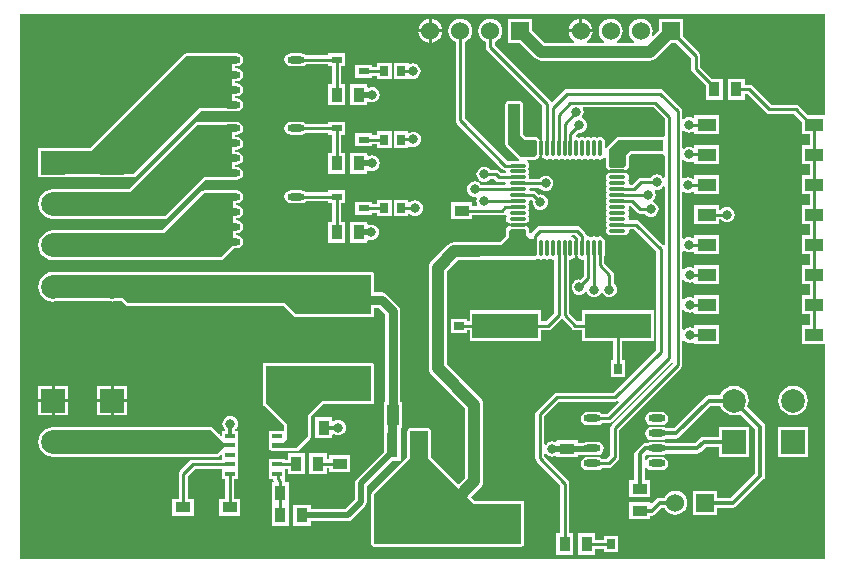
<source format=gtl>
G04*
G04 #@! TF.GenerationSoftware,Altium Limited,Altium Designer,21.0.9 (235)*
G04*
G04 Layer_Physical_Order=1*
G04 Layer_Color=255*
%FSLAX44Y44*%
%MOMM*%
G71*
G04*
G04 #@! TF.SameCoordinates,B8152D85-E12F-4961-801D-9DD34C180D21*
G04*
G04*
G04 #@! TF.FilePolarity,Positive*
G04*
G01*
G75*
%ADD12C,0.2500*%
%ADD19R,0.9500X1.3000*%
%ADD20R,1.6000X1.1000*%
%ADD21R,1.3000X0.9500*%
%ADD22R,0.7000X0.9000*%
%ADD23R,2.5000X3.1750*%
%ADD24R,2.6000X3.0000*%
%ADD25R,0.8500X0.3500*%
%ADD26R,1.7000X1.0500*%
%ADD27R,5.3340X2.4130*%
%ADD28R,3.2500X2.1500*%
%ADD29R,0.9500X2.1500*%
%ADD30R,5.5880X2.1082*%
%ADD31R,1.7000X3.1500*%
%ADD32R,0.9000X0.6000*%
%ADD33O,1.4500X0.6000*%
%ADD34R,0.9000X0.7000*%
%ADD35O,0.3000X1.4500*%
%ADD36O,1.4500X0.3000*%
%ADD37R,1.0500X1.7000*%
%ADD63C,0.5000*%
%ADD64C,1.0000*%
%ADD65C,0.3500*%
%ADD66C,0.7500*%
%ADD67C,1.5240*%
%ADD68R,1.5240X1.5240*%
%ADD69C,2.0000*%
%ADD70R,2.0000X2.0000*%
%ADD71C,6.0000*%
%ADD72C,0.8000*%
%ADD73C,0.6000*%
G36*
X685922Y380200D02*
X671407D01*
X663904Y387704D01*
X662663Y388532D01*
X661200Y388823D01*
X640084D01*
X624204Y404704D01*
X622963Y405532D01*
X621500Y405823D01*
X617500D01*
Y411000D01*
X603000D01*
Y393000D01*
X617500D01*
Y398177D01*
X619916D01*
X635796Y382296D01*
X637037Y381468D01*
X638500Y381177D01*
X659616D01*
X666000Y374793D01*
Y364200D01*
X672677D01*
Y354800D01*
X666000D01*
Y338800D01*
X672677D01*
Y329400D01*
X666000D01*
Y313400D01*
X672677D01*
Y304000D01*
X666000D01*
Y288000D01*
X672677D01*
Y278600D01*
X666000D01*
Y262600D01*
X672677D01*
Y253200D01*
X666000D01*
Y237200D01*
X672677D01*
Y227800D01*
X666000D01*
Y211800D01*
X672677D01*
Y202400D01*
X666000D01*
Y186400D01*
X685922D01*
Y4078D01*
X4078D01*
Y465922D01*
X685922D01*
Y380200D01*
D02*
G37*
%LPC*%
G36*
X352565Y461776D02*
Y452966D01*
X361376D01*
X361194Y454348D01*
X360170Y456819D01*
X358542Y458942D01*
X356419Y460570D01*
X353948Y461594D01*
X352565Y461776D01*
D02*
G37*
G36*
X350025Y461776D02*
X348643Y461594D01*
X346172Y460570D01*
X344049Y458942D01*
X342421Y456819D01*
X341397Y454348D01*
X341215Y452966D01*
X350025D01*
Y461776D01*
D02*
G37*
G36*
X479970Y461581D02*
Y452770D01*
X488781D01*
X488599Y454152D01*
X487575Y456624D01*
X485946Y458746D01*
X483824Y460375D01*
X481352Y461399D01*
X479970Y461581D01*
D02*
G37*
G36*
X477430Y461581D02*
X476048Y461399D01*
X473576Y460375D01*
X471454Y458746D01*
X469825Y456624D01*
X468801Y454152D01*
X468619Y452770D01*
X477430D01*
Y461581D01*
D02*
G37*
G36*
X350025Y450425D02*
X341215D01*
X341397Y449043D01*
X342421Y446572D01*
X344049Y444449D01*
X346172Y442821D01*
X348643Y441797D01*
X350025Y441615D01*
Y450425D01*
D02*
G37*
G36*
X361376D02*
X352565D01*
Y441615D01*
X353948Y441797D01*
X356419Y442821D01*
X358542Y444449D01*
X360170Y446572D01*
X361194Y449043D01*
X361376Y450425D01*
D02*
G37*
G36*
X318500Y424500D02*
X306500D01*
Y421324D01*
X302000D01*
Y423000D01*
X288001D01*
Y412000D01*
X302000D01*
Y413677D01*
X306500D01*
Y410500D01*
X318500D01*
Y424500D01*
D02*
G37*
G36*
X332500D02*
X320500D01*
Y410500D01*
X332500D01*
Y410885D01*
X333770Y411595D01*
X334803Y411167D01*
X336500Y410944D01*
X338197Y411167D01*
X339778Y411822D01*
X341136Y412864D01*
X342178Y414222D01*
X342833Y415803D01*
X343056Y417500D01*
X342833Y419197D01*
X342178Y420778D01*
X341136Y422136D01*
X339778Y423178D01*
X338197Y423833D01*
X336500Y424056D01*
X334803Y423833D01*
X333770Y423405D01*
X332500Y424115D01*
Y424500D01*
D02*
G37*
G36*
X437616Y461815D02*
X417375D01*
Y441576D01*
X426917D01*
X439842Y428651D01*
X441409Y427449D01*
X443233Y426693D01*
X445191Y426435D01*
X445191Y426435D01*
X537400D01*
X539358Y426693D01*
X541182Y427449D01*
X542749Y428651D01*
X555478Y441380D01*
X559613D01*
X572177Y428816D01*
Y419500D01*
X572468Y418037D01*
X573296Y416796D01*
X584500Y405593D01*
Y393000D01*
X599000D01*
Y411000D01*
X589907D01*
X579823Y421084D01*
Y430400D01*
X579532Y431863D01*
X578704Y433104D01*
X565020Y446787D01*
Y461620D01*
X544780D01*
Y452078D01*
X540150Y447448D01*
X539073Y448168D01*
X539360Y448858D01*
X539707Y451500D01*
X539360Y454142D01*
X538340Y456604D01*
X536718Y458718D01*
X534604Y460340D01*
X532142Y461360D01*
X529500Y461707D01*
X526858Y461360D01*
X524396Y460340D01*
X522282Y458718D01*
X520660Y456604D01*
X519641Y454142D01*
X519293Y451500D01*
X519641Y448858D01*
X520660Y446396D01*
X522282Y444282D01*
X524169Y442835D01*
X524011Y441911D01*
X523833Y441565D01*
X509767D01*
X509589Y441911D01*
X509431Y442835D01*
X511318Y444282D01*
X512940Y446396D01*
X513960Y448858D01*
X514307Y451500D01*
X513960Y454142D01*
X512940Y456604D01*
X511318Y458718D01*
X509204Y460340D01*
X506742Y461360D01*
X504100Y461707D01*
X501458Y461360D01*
X498996Y460340D01*
X496882Y458718D01*
X495260Y456604D01*
X494240Y454142D01*
X493893Y451500D01*
X494240Y448858D01*
X495260Y446396D01*
X496882Y444282D01*
X498769Y442835D01*
X498611Y441911D01*
X498433Y441565D01*
X484423D01*
X484382Y441637D01*
X484097Y442835D01*
X485946Y444254D01*
X487575Y446376D01*
X488599Y448848D01*
X488781Y450230D01*
X478700D01*
X468619D01*
X468801Y448848D01*
X469825Y446376D01*
X471454Y444254D01*
X473303Y442835D01*
X473018Y441637D01*
X472977Y441565D01*
X448324D01*
X437616Y452274D01*
Y461815D01*
D02*
G37*
G36*
X298000Y406500D02*
X283500D01*
Y388500D01*
X298000D01*
Y390885D01*
X299270Y391595D01*
X300303Y391167D01*
X302000Y390944D01*
X303697Y391167D01*
X305278Y391822D01*
X306636Y392864D01*
X307678Y394222D01*
X308333Y395803D01*
X308556Y397500D01*
X308333Y399197D01*
X307678Y400778D01*
X306636Y402136D01*
X305278Y403178D01*
X303697Y403833D01*
X302000Y404056D01*
X300303Y403833D01*
X299270Y403405D01*
X298000Y404115D01*
Y406500D01*
D02*
G37*
G36*
X242000Y432657D02*
X233500D01*
X231354Y432230D01*
X229535Y431015D01*
X228319Y429195D01*
X227893Y427049D01*
X228319Y424903D01*
X229535Y423084D01*
X231354Y421868D01*
X233500Y421442D01*
X242000D01*
X244146Y421868D01*
X245966Y423084D01*
X246044Y423201D01*
X265001D01*
Y421501D01*
X268427D01*
Y406500D01*
X265000D01*
Y388500D01*
X279500D01*
Y406500D01*
X276073D01*
Y421501D01*
X279001D01*
Y432500D01*
X265001D01*
Y430848D01*
X246077D01*
X245966Y431015D01*
X244146Y432230D01*
X242000Y432657D01*
D02*
G37*
G36*
X187500D02*
X179000D01*
X178457Y432549D01*
X144500D01*
X143525Y432355D01*
X142698Y431802D01*
X63444Y352549D01*
X31500D01*
X31254Y352500D01*
X19500D01*
Y327500D01*
X31253D01*
X31500Y327451D01*
X100000Y327451D01*
X100975Y327645D01*
X101802Y328198D01*
X157056Y383451D01*
X178450D01*
X179000Y383342D01*
X187500D01*
X189646Y383768D01*
X191465Y384984D01*
X192681Y386803D01*
X193108Y388949D01*
X192681Y391095D01*
X191465Y392915D01*
X189646Y394130D01*
X187500Y394557D01*
X186049D01*
Y396042D01*
X187500D01*
X189646Y396468D01*
X191465Y397684D01*
X192681Y399503D01*
X193108Y401649D01*
X192681Y403795D01*
X191465Y405615D01*
X189646Y406830D01*
X187500Y407257D01*
X186049D01*
Y408742D01*
X187500D01*
X189646Y409168D01*
X191465Y410384D01*
X192681Y412203D01*
X193108Y414349D01*
X192681Y416495D01*
X191465Y418315D01*
X189646Y419530D01*
X187500Y419957D01*
X186049D01*
Y421442D01*
X187500D01*
X189646Y421868D01*
X191465Y423084D01*
X192681Y424903D01*
X193108Y427049D01*
X192681Y429195D01*
X191465Y431015D01*
X189646Y432230D01*
X187500Y432657D01*
D02*
G37*
G36*
X402095Y461903D02*
X399454Y461555D01*
X396992Y460535D01*
X394878Y458913D01*
X393256Y456799D01*
X392236Y454337D01*
X391888Y451696D01*
X392236Y449054D01*
X393256Y446592D01*
X394878Y444478D01*
X396992Y442856D01*
X398272Y442325D01*
Y437905D01*
X398563Y436441D01*
X399392Y435201D01*
X446176Y388416D01*
Y359282D01*
X445922Y358000D01*
Y346500D01*
X446232Y344939D01*
X447116Y343616D01*
X448439Y342732D01*
X450000Y342422D01*
X451561Y342732D01*
X452500Y343360D01*
X453439Y342732D01*
X455000Y342422D01*
X456561Y342732D01*
X457500Y343360D01*
X458439Y342732D01*
X460000Y342422D01*
X461561Y342732D01*
X462500Y343360D01*
X463439Y342732D01*
X465000Y342422D01*
X466561Y342732D01*
X467500Y343360D01*
X468439Y342732D01*
X470000Y342422D01*
X471561Y342732D01*
X472500Y343360D01*
X473439Y342732D01*
X475000Y342422D01*
X476561Y342732D01*
X477500Y343360D01*
X478440Y342732D01*
X480000Y342422D01*
X481561Y342732D01*
X482500Y343360D01*
X483439Y342732D01*
X485000Y342422D01*
X486561Y342732D01*
X487500Y343360D01*
X488439Y342732D01*
X490000Y342422D01*
X491561Y342732D01*
X492500Y343360D01*
X493439Y342732D01*
X495000Y342422D01*
X496561Y342732D01*
X497884Y343616D01*
X498006Y343800D01*
X499727Y344089D01*
X499951Y343919D01*
Y337646D01*
X499922Y337500D01*
X500232Y335939D01*
X501116Y334616D01*
X502440Y333732D01*
X504000Y333422D01*
X515500D01*
X517061Y333732D01*
X518384Y334616D01*
X519268Y335939D01*
X519579Y337500D01*
X519549Y337649D01*
Y344944D01*
X521556Y346951D01*
X548500D01*
X549677Y345890D01*
Y327562D01*
X548407Y327131D01*
X547636Y328136D01*
X546278Y329178D01*
X544697Y329833D01*
X543000Y330056D01*
X541303Y329833D01*
X539722Y329178D01*
X538364Y328136D01*
X537741Y327323D01*
X529500D01*
X528037Y327032D01*
X526796Y326204D01*
X521916Y321324D01*
X520345D01*
X519540Y322305D01*
X519579Y322500D01*
X519268Y324061D01*
X518641Y325000D01*
X519268Y325939D01*
X519579Y327500D01*
X519268Y329061D01*
X518384Y330384D01*
X517061Y331268D01*
X515500Y331578D01*
X504000D01*
X502440Y331268D01*
X501116Y330384D01*
X500232Y329061D01*
X499922Y327500D01*
X500232Y325939D01*
X500860Y325000D01*
X500232Y324061D01*
X499922Y322500D01*
X500232Y320939D01*
X500860Y320000D01*
X500232Y319061D01*
X499922Y317500D01*
X500232Y315939D01*
X500860Y315000D01*
X500232Y314060D01*
X499922Y312500D01*
X500232Y310939D01*
X500860Y310000D01*
X500232Y309061D01*
X499922Y307500D01*
X500232Y305939D01*
X500860Y305000D01*
X500232Y304060D01*
X499922Y302500D01*
X500232Y300939D01*
X500860Y300000D01*
X500232Y299061D01*
X499922Y297500D01*
X500232Y295939D01*
X500860Y295000D01*
X500232Y294060D01*
X499922Y292500D01*
X500232Y290939D01*
X500860Y290000D01*
X500232Y289061D01*
X499922Y287500D01*
X500232Y285939D01*
X500860Y285000D01*
X500232Y284061D01*
X499922Y282500D01*
X500232Y280939D01*
X501116Y279616D01*
X502440Y278732D01*
X504000Y278421D01*
X515500D01*
X517061Y278732D01*
X518384Y279616D01*
X519268Y280939D01*
X519579Y282500D01*
X519540Y282695D01*
X520346Y283677D01*
X523916D01*
X542677Y264916D01*
Y181584D01*
X506416Y145323D01*
X458500D01*
X457037Y145032D01*
X455796Y144204D01*
X441296Y129704D01*
X440468Y128463D01*
X440177Y127000D01*
Y89500D01*
X440468Y88037D01*
X441296Y86796D01*
X461427Y66666D01*
Y26000D01*
X458000D01*
Y8000D01*
X472500D01*
Y26000D01*
X469073D01*
Y68250D01*
X468782Y69713D01*
X467954Y70954D01*
X447823Y91084D01*
Y93438D01*
X449093Y93869D01*
X449864Y92864D01*
X451222Y91822D01*
X452803Y91167D01*
X454500Y90944D01*
X456197Y91167D01*
X457230Y91595D01*
X458500Y90885D01*
Y90500D01*
X476500D01*
Y92777D01*
X482315D01*
X484250Y92392D01*
X492750D01*
X494896Y92819D01*
X496715Y94035D01*
X497931Y95854D01*
X498358Y98000D01*
X497931Y100146D01*
X496715Y101965D01*
X494896Y103181D01*
X492750Y103608D01*
X484250D01*
X482104Y103181D01*
X481793Y102973D01*
X476500D01*
Y105000D01*
X458500D01*
Y104199D01*
X458402Y104060D01*
X457230Y103405D01*
X456197Y103833D01*
X454500Y104056D01*
X452803Y103833D01*
X451222Y103178D01*
X449864Y102136D01*
X449093Y101131D01*
X447823Y101562D01*
Y125416D01*
X460084Y137677D01*
X508000D01*
X509463Y137968D01*
X510371Y138574D01*
X511181Y137588D01*
X500816Y127223D01*
X496810D01*
X496715Y127365D01*
X494896Y128581D01*
X492750Y129008D01*
X484250D01*
X482104Y128581D01*
X480285Y127365D01*
X479069Y125546D01*
X478642Y123400D01*
X479069Y121254D01*
X480285Y119435D01*
X482104Y118219D01*
X484250Y117792D01*
X492750D01*
X494896Y118219D01*
X496715Y119435D01*
X496810Y119577D01*
X502400D01*
X503863Y119868D01*
X505104Y120696D01*
X555070Y170662D01*
X556469Y170266D01*
X556544Y169951D01*
X532797Y146204D01*
X532796Y146204D01*
X504796Y118204D01*
X503968Y116963D01*
X503677Y115500D01*
Y92084D01*
X500716Y89123D01*
X496810D01*
X496715Y89265D01*
X494896Y90481D01*
X492750Y90908D01*
X484250D01*
X482104Y90481D01*
X480285Y89265D01*
X479069Y87446D01*
X478642Y85300D01*
X479069Y83154D01*
X480285Y81335D01*
X482104Y80119D01*
X484250Y79692D01*
X492750D01*
X494896Y80119D01*
X496715Y81335D01*
X496810Y81477D01*
X502300D01*
X503763Y81768D01*
X505004Y82596D01*
X510204Y87796D01*
X511032Y89037D01*
X511323Y90500D01*
Y113916D01*
X538204Y140796D01*
X538204Y140796D01*
X563704Y166296D01*
X564532Y167537D01*
X564823Y169000D01*
Y189286D01*
X566093Y189717D01*
X566364Y189364D01*
X567722Y188322D01*
X569303Y187667D01*
X571000Y187444D01*
X572697Y187667D01*
X573730Y188095D01*
X575000Y187385D01*
Y186400D01*
X596000D01*
Y202400D01*
X575000D01*
Y200615D01*
X573730Y199905D01*
X572697Y200333D01*
X571000Y200556D01*
X569303Y200333D01*
X567722Y199678D01*
X566364Y198636D01*
X566093Y198283D01*
X564823Y198714D01*
Y214786D01*
X566093Y215217D01*
X566364Y214864D01*
X567722Y213822D01*
X569303Y213167D01*
X571000Y212944D01*
X572697Y213167D01*
X573730Y213595D01*
X575000Y212885D01*
Y211800D01*
X596000D01*
Y227800D01*
X575000D01*
Y226115D01*
X573730Y225405D01*
X572697Y225833D01*
X571000Y226056D01*
X569303Y225833D01*
X567722Y225178D01*
X566364Y224136D01*
X566093Y223783D01*
X564823Y224214D01*
Y240286D01*
X566093Y240717D01*
X566364Y240364D01*
X567722Y239322D01*
X569303Y238667D01*
X571000Y238444D01*
X572697Y238667D01*
X573730Y239095D01*
X575000Y238385D01*
Y237200D01*
X596000D01*
Y253200D01*
X575000D01*
Y251615D01*
X573730Y250905D01*
X572697Y251333D01*
X571000Y251556D01*
X569303Y251333D01*
X567722Y250678D01*
X566364Y249636D01*
X566093Y249283D01*
X564823Y249714D01*
Y264678D01*
X566093Y265305D01*
X566722Y264822D01*
X568303Y264167D01*
X570000Y263944D01*
X571697Y264167D01*
X573278Y264822D01*
X573730Y265169D01*
X575000Y264543D01*
Y262600D01*
X596000D01*
Y278600D01*
X575000D01*
Y276457D01*
X573730Y275831D01*
X573278Y276178D01*
X571697Y276833D01*
X570000Y277056D01*
X568303Y276833D01*
X566722Y276178D01*
X566093Y275695D01*
X564823Y276322D01*
Y314795D01*
X566093Y315421D01*
X566222Y315322D01*
X567803Y314667D01*
X569500Y314444D01*
X571197Y314667D01*
X572778Y315322D01*
X573730Y316053D01*
X574989Y315519D01*
X575000Y315508D01*
Y313400D01*
X596000D01*
Y329400D01*
X575000D01*
Y326492D01*
X574989Y326481D01*
X573730Y325947D01*
X572778Y326678D01*
X571197Y327333D01*
X569500Y327556D01*
X567803Y327333D01*
X566222Y326678D01*
X566093Y326579D01*
X564823Y327205D01*
Y341820D01*
X566093Y342188D01*
X567222Y341322D01*
X568803Y340667D01*
X570500Y340444D01*
X572197Y340667D01*
X573778Y341322D01*
X573861Y341386D01*
X575000Y340824D01*
Y338800D01*
X596000D01*
Y354800D01*
X575000D01*
Y353176D01*
X573861Y352614D01*
X573778Y352678D01*
X572197Y353333D01*
X570500Y353556D01*
X568803Y353333D01*
X567222Y352678D01*
X566093Y351812D01*
X564823Y352180D01*
Y366820D01*
X566093Y367188D01*
X567222Y366322D01*
X568803Y365667D01*
X570500Y365444D01*
X572197Y365667D01*
X573778Y366322D01*
X573861Y366386D01*
X575000Y365824D01*
Y364200D01*
X596000D01*
Y380200D01*
X575000D01*
Y378176D01*
X573861Y377614D01*
X573778Y377678D01*
X572197Y378333D01*
X570500Y378556D01*
X568803Y378333D01*
X567222Y377678D01*
X566093Y376812D01*
X564823Y377180D01*
Y383500D01*
X564532Y384963D01*
X563704Y386204D01*
X548704Y401204D01*
X547463Y402032D01*
X546000Y402323D01*
X467000D01*
X465537Y402032D01*
X464296Y401204D01*
X454700Y391607D01*
X453223Y391926D01*
X452703Y392704D01*
X405919Y439488D01*
Y442325D01*
X407199Y442856D01*
X409313Y444478D01*
X410935Y446592D01*
X411955Y449054D01*
X412303Y451696D01*
X411955Y454337D01*
X410935Y456799D01*
X409313Y458913D01*
X407199Y460535D01*
X404737Y461555D01*
X402095Y461903D01*
D02*
G37*
G36*
X318500Y366500D02*
X306500D01*
Y363323D01*
X302000D01*
Y365000D01*
X288000D01*
Y354000D01*
X302000D01*
Y355676D01*
X306500D01*
Y352500D01*
X318500D01*
Y366500D01*
D02*
G37*
G36*
X332500D02*
X320500D01*
Y352500D01*
X332500D01*
Y353600D01*
X333639Y354162D01*
X333822Y354022D01*
X335403Y353367D01*
X337100Y353143D01*
X338797Y353367D01*
X340378Y354022D01*
X341735Y355064D01*
X342777Y356421D01*
X343432Y358003D01*
X343656Y359700D01*
X343432Y361396D01*
X342777Y362977D01*
X341735Y364335D01*
X340378Y365377D01*
X338797Y366032D01*
X337100Y366255D01*
X335403Y366032D01*
X333822Y365377D01*
X333639Y365237D01*
X332500Y365799D01*
Y366500D01*
D02*
G37*
G36*
X376696Y461903D02*
X374054Y461555D01*
X371592Y460535D01*
X369478Y458913D01*
X367856Y456799D01*
X366836Y454337D01*
X366488Y451696D01*
X366836Y449054D01*
X367856Y446592D01*
X369478Y444478D01*
X371592Y442856D01*
X372872Y442325D01*
Y375804D01*
X373163Y374341D01*
X373992Y373101D01*
X412296Y334796D01*
X413537Y333968D01*
X414385Y333799D01*
X415435Y332567D01*
X415422Y332500D01*
X415461Y332305D01*
X414655Y331323D01*
X411084D01*
X409704Y332704D01*
X408463Y333532D01*
X407000Y333823D01*
X402259D01*
X401636Y334636D01*
X400278Y335678D01*
X398697Y336333D01*
X397000Y336556D01*
X395303Y336333D01*
X393722Y335678D01*
X392364Y334636D01*
X391322Y333278D01*
X390667Y331697D01*
X390444Y330000D01*
X390667Y328303D01*
X391322Y326722D01*
X392364Y325364D01*
X393722Y324322D01*
X395303Y323667D01*
X397000Y323444D01*
X398697Y323667D01*
X400278Y324322D01*
X401636Y325364D01*
X402259Y326177D01*
X405416D01*
X406796Y324796D01*
X408037Y323968D01*
X409500Y323677D01*
X414655D01*
X415460Y322695D01*
X415422Y322500D01*
X415461Y322305D01*
X414655Y321324D01*
X394259D01*
X393636Y322136D01*
X392278Y323178D01*
X390697Y323833D01*
X389000Y324056D01*
X387303Y323833D01*
X385722Y323178D01*
X384364Y322136D01*
X383322Y320778D01*
X382667Y319197D01*
X382444Y317500D01*
X382667Y315803D01*
X383322Y314222D01*
X384364Y312864D01*
X385722Y311822D01*
X387303Y311167D01*
X389000Y310944D01*
X390075Y311085D01*
X390993Y309984D01*
X390667Y309197D01*
X390444Y307500D01*
X390667Y305803D01*
X391272Y304343D01*
X390933Y303407D01*
X390768Y303073D01*
X387000D01*
Y306500D01*
X369000D01*
Y292000D01*
X387000D01*
Y295427D01*
X411750D01*
X413213Y295718D01*
X414333Y296466D01*
X414833Y296386D01*
X415717Y296014D01*
X415732Y295939D01*
X416360Y295000D01*
X415732Y294060D01*
X415422Y292500D01*
X415732Y290939D01*
X416616Y289616D01*
X417939Y288732D01*
X419500Y288421D01*
X431000D01*
X432561Y288732D01*
X433884Y289616D01*
X434768Y290939D01*
X435078Y292500D01*
X434768Y294060D01*
X434140Y295000D01*
X434768Y295939D01*
X435078Y297500D01*
X434768Y299061D01*
X434141Y300000D01*
X434768Y300939D01*
X435078Y302500D01*
X434768Y304060D01*
X434140Y305000D01*
X434768Y305939D01*
X435078Y307500D01*
X435078Y307501D01*
X435899Y308521D01*
X437035Y308557D01*
X438078Y307515D01*
X437944Y306500D01*
X438167Y304803D01*
X438822Y303222D01*
X439864Y301864D01*
X441222Y300822D01*
X442803Y300167D01*
X444500Y299944D01*
X446197Y300167D01*
X447778Y300822D01*
X449136Y301864D01*
X450178Y303222D01*
X450833Y304803D01*
X451056Y306500D01*
X450833Y308197D01*
X450178Y309778D01*
X449136Y311136D01*
X447778Y312178D01*
X446197Y312833D01*
X444500Y313056D01*
X443485Y312922D01*
X441204Y315203D01*
X439963Y316032D01*
X438500Y316323D01*
X435845D01*
X435040Y317305D01*
X435078Y317500D01*
X435040Y317695D01*
X435845Y318677D01*
X443741D01*
X444364Y317864D01*
X445722Y316823D01*
X447303Y316168D01*
X449000Y315944D01*
X450697Y316168D01*
X452278Y316823D01*
X453635Y317864D01*
X454677Y319222D01*
X455332Y320803D01*
X455556Y322500D01*
X455332Y324197D01*
X454677Y325778D01*
X453635Y327136D01*
X452278Y328178D01*
X450697Y328833D01*
X449000Y329056D01*
X447303Y328833D01*
X445722Y328178D01*
X444364Y327136D01*
X443741Y326324D01*
X435845D01*
X435040Y327305D01*
X435078Y327500D01*
X434768Y329061D01*
X434140Y330000D01*
X434768Y330939D01*
X435078Y332500D01*
X434768Y334061D01*
X434141Y335000D01*
X434768Y335939D01*
X435078Y337500D01*
X434768Y339061D01*
X433884Y340384D01*
X433701Y340506D01*
X433411Y342227D01*
X433581Y342451D01*
X439854Y342451D01*
X440000Y342422D01*
X441561Y342732D01*
X442884Y343616D01*
X443768Y344939D01*
X444078Y346500D01*
Y358000D01*
X443768Y359561D01*
X442884Y360884D01*
X441561Y361768D01*
X440000Y362079D01*
X439851Y362049D01*
X432056D01*
X430049Y364056D01*
Y389500D01*
X429855Y390475D01*
X429302Y391302D01*
X428475Y391855D01*
X427500Y392049D01*
X417500D01*
X416525Y391855D01*
X415698Y391302D01*
X415145Y390475D01*
X414951Y389500D01*
Y355500D01*
X415145Y354524D01*
X415698Y353698D01*
X426198Y343198D01*
X426720Y342848D01*
X426373Y341578D01*
X419500D01*
X418218Y341323D01*
X416584D01*
X380519Y377388D01*
Y442325D01*
X381799Y442856D01*
X383913Y444478D01*
X385535Y446592D01*
X386555Y449054D01*
X386903Y451696D01*
X386555Y454337D01*
X385535Y456799D01*
X383913Y458913D01*
X381799Y460535D01*
X379337Y461555D01*
X376696Y461903D01*
D02*
G37*
G36*
X298000Y348500D02*
X283500D01*
Y330500D01*
X298000D01*
Y332885D01*
X299270Y333595D01*
X300303Y333167D01*
X302000Y332944D01*
X303697Y333167D01*
X305278Y333822D01*
X306636Y334864D01*
X307678Y336222D01*
X308333Y337803D01*
X308556Y339500D01*
X308333Y341197D01*
X307678Y342778D01*
X306636Y344136D01*
X305278Y345178D01*
X303697Y345833D01*
X302000Y346056D01*
X300303Y345833D01*
X299270Y345405D01*
X298000Y346115D01*
Y348500D01*
D02*
G37*
G36*
X242000Y374658D02*
X233500D01*
X231354Y374231D01*
X229535Y373015D01*
X228319Y371196D01*
X227892Y369050D01*
X228319Y366904D01*
X229535Y365085D01*
X231354Y363869D01*
X233500Y363442D01*
X242000D01*
X244146Y363869D01*
X245965Y365085D01*
X246043Y365202D01*
X265000D01*
Y363500D01*
X268427D01*
Y348500D01*
X265000D01*
Y330500D01*
X279500D01*
Y348500D01*
X276073D01*
Y363500D01*
X279000D01*
Y374500D01*
X265000D01*
Y372849D01*
X246077D01*
X245965Y373015D01*
X244146Y374231D01*
X242000Y374658D01*
D02*
G37*
G36*
X187500D02*
X179000D01*
X178453Y374549D01*
X154000D01*
X153025Y374355D01*
X152198Y373802D01*
X95944Y317549D01*
X82446D01*
X82000Y317608D01*
X81553Y317549D01*
X32446D01*
X32000Y317608D01*
X31553Y317549D01*
X31500D01*
X31396Y317528D01*
X28736Y317178D01*
X25696Y315919D01*
X23084Y313915D01*
X21081Y311304D01*
X19821Y308263D01*
X19392Y305000D01*
X19821Y301737D01*
X21081Y298696D01*
X23084Y296085D01*
X25696Y294081D01*
X28736Y292822D01*
X31400Y292471D01*
X31500Y292451D01*
X31551D01*
X32000Y292392D01*
X32448Y292451D01*
X81552D01*
X82000Y292392D01*
X82448Y292451D01*
X127000D01*
X127975Y292645D01*
X128802Y293198D01*
X161056Y325451D01*
X178454D01*
X179000Y325342D01*
X187500D01*
X189646Y325769D01*
X191466Y326985D01*
X192681Y328804D01*
X193108Y330950D01*
X192681Y333096D01*
X191466Y334915D01*
X189646Y336131D01*
X187500Y336558D01*
X186049D01*
Y338042D01*
X187500D01*
X189646Y338469D01*
X191466Y339685D01*
X192681Y341504D01*
X193108Y343650D01*
X192681Y345796D01*
X191466Y347615D01*
X189646Y348831D01*
X187500Y349258D01*
X186049D01*
Y350742D01*
X187500D01*
X189646Y351169D01*
X191466Y352385D01*
X192681Y354204D01*
X193108Y356350D01*
X192681Y358496D01*
X191466Y360315D01*
X189646Y361531D01*
X187500Y361958D01*
X186049D01*
Y363442D01*
X187500D01*
X189646Y363869D01*
X191466Y365085D01*
X192681Y366904D01*
X193108Y369050D01*
X192681Y371196D01*
X191466Y373015D01*
X189646Y374231D01*
X187500Y374658D01*
D02*
G37*
G36*
X318500Y308500D02*
X306500D01*
Y305323D01*
X302000D01*
Y307000D01*
X288000D01*
Y296000D01*
X302000D01*
Y297676D01*
X306500D01*
Y294500D01*
X318500D01*
Y308500D01*
D02*
G37*
G36*
X332500D02*
X320500D01*
Y294500D01*
X332500D01*
Y296556D01*
X333770Y296987D01*
X333864Y296864D01*
X335222Y295822D01*
X336803Y295167D01*
X338500Y294944D01*
X340197Y295167D01*
X341778Y295822D01*
X343136Y296864D01*
X344178Y298222D01*
X344833Y299803D01*
X345056Y301500D01*
X344833Y303197D01*
X344178Y304778D01*
X343136Y306136D01*
X341778Y307178D01*
X340197Y307833D01*
X338500Y308056D01*
X336803Y307833D01*
X335222Y307178D01*
X333864Y306136D01*
X333770Y306013D01*
X332500Y306444D01*
Y308500D01*
D02*
G37*
G36*
X596000Y304000D02*
X575000D01*
Y288000D01*
X596000D01*
Y292177D01*
X597264D01*
X597887Y291364D01*
X599245Y290322D01*
X600826Y289667D01*
X602523Y289444D01*
X604220Y289667D01*
X605801Y290322D01*
X607159Y291364D01*
X608200Y292722D01*
X608855Y294303D01*
X609079Y296000D01*
X608855Y297697D01*
X608200Y299278D01*
X607159Y300636D01*
X605801Y301678D01*
X604220Y302333D01*
X602523Y302556D01*
X600826Y302333D01*
X599245Y301678D01*
X597887Y300636D01*
X597264Y299823D01*
X596000D01*
Y304000D01*
D02*
G37*
G36*
X187501Y316657D02*
X179001D01*
X178455Y316549D01*
X159500D01*
X158525Y316355D01*
X157698Y315802D01*
X124444Y282549D01*
X82449D01*
X82000Y282608D01*
X81551Y282549D01*
X32449D01*
X32000Y282608D01*
X28736Y282178D01*
X25696Y280919D01*
X23084Y278915D01*
X21081Y276304D01*
X19821Y273263D01*
X19392Y270000D01*
X19821Y266737D01*
X21081Y263696D01*
X23084Y261085D01*
X25696Y259081D01*
X28736Y257822D01*
X32000Y257392D01*
X32445Y257451D01*
X81554D01*
X82000Y257392D01*
X82446Y257451D01*
X174000D01*
X174975Y257645D01*
X175802Y258198D01*
X184947Y267342D01*
X187501D01*
X189647Y267769D01*
X191466Y268984D01*
X192681Y270804D01*
X193108Y272950D01*
X192681Y275096D01*
X191466Y276915D01*
X189647Y278131D01*
X187501Y278557D01*
X186549D01*
Y280042D01*
X187501D01*
X189647Y280469D01*
X191466Y281684D01*
X192681Y283504D01*
X193108Y285650D01*
X192681Y287796D01*
X191466Y289615D01*
X189647Y290831D01*
X187501Y291257D01*
X186549D01*
Y292742D01*
X187501D01*
X189647Y293169D01*
X191466Y294384D01*
X192681Y296204D01*
X193108Y298350D01*
X192681Y300496D01*
X191466Y302315D01*
X189647Y303531D01*
X187501Y303957D01*
X186549D01*
Y305442D01*
X187501D01*
X189647Y305869D01*
X191466Y307084D01*
X192681Y308904D01*
X193108Y311050D01*
X192681Y313196D01*
X191466Y315015D01*
X189647Y316231D01*
X187501Y316657D01*
D02*
G37*
G36*
X298000Y290000D02*
X283500D01*
Y272000D01*
X298000D01*
Y274039D01*
X299270Y274888D01*
X299803Y274667D01*
X301500Y274444D01*
X303197Y274667D01*
X304778Y275322D01*
X306136Y276364D01*
X307178Y277722D01*
X307833Y279303D01*
X308056Y281000D01*
X307833Y282697D01*
X307178Y284278D01*
X306136Y285636D01*
X304778Y286678D01*
X303197Y287333D01*
X301500Y287556D01*
X299803Y287333D01*
X299270Y287112D01*
X298000Y287961D01*
Y290000D01*
D02*
G37*
G36*
X242000Y316657D02*
X233500D01*
X231354Y316231D01*
X229535Y315015D01*
X228319Y313196D01*
X227893Y311050D01*
X228319Y308904D01*
X229535Y307084D01*
X231354Y305869D01*
X233500Y305442D01*
X242000D01*
X244146Y305869D01*
X245966Y307084D01*
X246044Y307201D01*
X265000D01*
Y305500D01*
X268302D01*
Y290000D01*
X265000D01*
Y272000D01*
X279501D01*
Y290000D01*
X275949D01*
Y305500D01*
X279000D01*
Y316500D01*
X265000D01*
Y314848D01*
X246077D01*
X245966Y315015D01*
X244146Y316231D01*
X242000Y316657D01*
D02*
G37*
G36*
X82000Y247608D02*
X81552Y247549D01*
X32447D01*
X32000Y247608D01*
X28736Y247178D01*
X25696Y245919D01*
X23084Y243915D01*
X21081Y241304D01*
X19821Y238263D01*
X19392Y235000D01*
X19821Y231737D01*
X21081Y228696D01*
X23084Y226085D01*
X25696Y224081D01*
X28736Y222822D01*
X32000Y222392D01*
X32447Y222451D01*
X81553D01*
X82000Y222392D01*
X82447Y222451D01*
X89944D01*
X92698Y219698D01*
X93525Y219145D01*
X94500Y218951D01*
X226444Y218951D01*
X235698Y209698D01*
X236525Y209145D01*
X237500Y208951D01*
X301500Y208951D01*
X302174Y209085D01*
X304020D01*
Y211354D01*
X304049Y211500D01*
Y217278D01*
X307710D01*
X313127Y211861D01*
Y137500D01*
X311750D01*
Y115520D01*
X311750Y115500D01*
X311750D01*
X311750Y114250D01*
X311750D01*
Y94959D01*
X288895Y72104D01*
X287790Y70450D01*
X287402Y68499D01*
Y54612D01*
X279388Y46598D01*
X250000D01*
Y50500D01*
X235500D01*
Y32500D01*
X250000D01*
Y36402D01*
X281500D01*
X283451Y36790D01*
X285105Y37895D01*
X296105Y48895D01*
X297210Y50549D01*
X297598Y52500D01*
Y66388D01*
X318960Y87750D01*
X326250D01*
Y114250D01*
X326250D01*
X326298Y115500D01*
X327250D01*
Y137500D01*
X325872D01*
Y214500D01*
X325872Y214500D01*
X325387Y216939D01*
X324006Y219006D01*
X324006Y219006D01*
X314856Y228156D01*
X312789Y229538D01*
X310350Y230023D01*
X304049D01*
Y245000D01*
X303855Y245975D01*
X303302Y246802D01*
X302475Y247355D01*
X301500Y247549D01*
X82448Y247549D01*
X82000Y247608D01*
D02*
G37*
G36*
X431000Y286578D02*
X419500D01*
X417939Y286268D01*
X416616Y285384D01*
X415732Y284061D01*
X415422Y282500D01*
X415451Y282353D01*
Y277556D01*
X410444Y272549D01*
X392120D01*
X392000Y272565D01*
X371500D01*
X371500Y272565D01*
X369542Y272307D01*
X367718Y271551D01*
X366151Y270349D01*
X366151Y270349D01*
X352151Y256349D01*
X350949Y254782D01*
X350193Y252958D01*
X349935Y251000D01*
Y166000D01*
X350193Y164042D01*
X350949Y162218D01*
X352151Y160651D01*
X380935Y131867D01*
Y73133D01*
X375203Y67401D01*
X352049Y90556D01*
Y113000D01*
X351855Y113975D01*
X351302Y114802D01*
X350475Y115355D01*
X349500Y115549D01*
X334500D01*
X333525Y115355D01*
X332698Y114802D01*
X332145Y113975D01*
X331951Y113000D01*
Y90556D01*
X302198Y60802D01*
X301645Y59976D01*
X301451Y59000D01*
Y17500D01*
X301645Y16525D01*
X302198Y15698D01*
X303025Y15145D01*
X304000Y14951D01*
X428000Y14951D01*
X428975Y15145D01*
X429802Y15698D01*
X430282Y16415D01*
X430500D01*
Y17254D01*
X430549Y17500D01*
X430549Y51000D01*
X430500Y51246D01*
Y53165D01*
X429260D01*
X428975Y53355D01*
X428000Y53549D01*
X389056Y53549D01*
X385901Y56703D01*
X393849Y64651D01*
X395051Y66218D01*
X395807Y68042D01*
X396065Y70000D01*
X396065Y70000D01*
Y135000D01*
X395807Y136958D01*
X395051Y138782D01*
X393849Y140349D01*
X393849Y140349D01*
X365065Y169133D01*
Y247867D01*
X374633Y257435D01*
X392000D01*
X393958Y257693D01*
X394581Y257951D01*
X439853Y257951D01*
X440000Y257922D01*
X441561Y258232D01*
X442500Y258860D01*
X443439Y258232D01*
X445000Y257922D01*
X446561Y258232D01*
X447500Y258860D01*
X448439Y258232D01*
X450000Y257922D01*
X451561Y258232D01*
X452500Y258860D01*
X453439Y258232D01*
X455000Y257922D01*
X455195Y257960D01*
X456176Y257155D01*
Y212584D01*
X449416Y205823D01*
X445439D01*
Y215041D01*
X384560D01*
Y205823D01*
X382500D01*
Y208000D01*
X368500D01*
Y196000D01*
X382500D01*
Y198176D01*
X384560D01*
Y188959D01*
X445439D01*
Y198176D01*
X451000D01*
X452463Y198468D01*
X453703Y199296D01*
X462500Y208093D01*
X471297Y199296D01*
X472537Y198468D01*
X474000Y198176D01*
X479556D01*
Y188959D01*
X506177D01*
Y172500D01*
X504000D01*
Y158500D01*
X516000D01*
Y172500D01*
X513823D01*
Y188959D01*
X540435D01*
Y215041D01*
X479556D01*
Y205823D01*
X475584D01*
X468824Y212584D01*
Y257155D01*
X469805Y257960D01*
X470000Y257922D01*
X471561Y258232D01*
X472884Y259116D01*
X473768Y260439D01*
X474078Y262000D01*
Y273500D01*
X473768Y275061D01*
X472884Y276384D01*
X471561Y277268D01*
X470864Y277407D01*
X470989Y278677D01*
X473916D01*
X476177Y276416D01*
Y274782D01*
X475922Y273500D01*
Y262000D01*
X476232Y260439D01*
X477116Y259116D01*
X478439Y258232D01*
X480000Y257922D01*
X480195Y257960D01*
X481177Y257155D01*
Y243584D01*
X478515Y240922D01*
X477500Y241056D01*
X475803Y240833D01*
X474222Y240178D01*
X472864Y239136D01*
X471822Y237778D01*
X471167Y236197D01*
X470944Y234500D01*
X471167Y232803D01*
X471822Y231222D01*
X472864Y229864D01*
X474222Y228822D01*
X475803Y228167D01*
X477500Y227944D01*
X479197Y228167D01*
X480778Y228822D01*
X482136Y229864D01*
X482494Y230331D01*
X483945Y230135D01*
X484323Y229222D01*
X485364Y227864D01*
X486722Y226822D01*
X488303Y226168D01*
X490000Y225944D01*
X491697Y226168D01*
X493278Y226822D01*
X494636Y227864D01*
X495678Y229222D01*
X495813Y229548D01*
X497187D01*
X497322Y229222D01*
X498364Y227864D01*
X499722Y226822D01*
X501303Y226167D01*
X503000Y225944D01*
X504697Y226167D01*
X506278Y226822D01*
X507636Y227864D01*
X508678Y229222D01*
X509333Y230803D01*
X509556Y232500D01*
X509333Y234197D01*
X508678Y235778D01*
X507636Y237136D01*
X506823Y237759D01*
Y245000D01*
X506532Y246463D01*
X505704Y247704D01*
X498824Y254584D01*
Y260718D01*
X499078Y262000D01*
Y273500D01*
X498768Y275061D01*
X497884Y276384D01*
X496561Y277268D01*
X495000Y277578D01*
X493439Y277268D01*
X492500Y276640D01*
X491561Y277268D01*
X490000Y277578D01*
X488439Y277268D01*
X487500Y276640D01*
X486561Y277268D01*
X485000Y277578D01*
X484934Y277565D01*
X483701Y278615D01*
X483533Y279463D01*
X482704Y280703D01*
X478204Y285204D01*
X476963Y286032D01*
X475500Y286323D01*
X444500D01*
X443037Y286032D01*
X441796Y285204D01*
X437296Y280703D01*
X437172Y280518D01*
X435556Y280232D01*
X435049Y280617D01*
Y282352D01*
X435078Y282500D01*
X434768Y284061D01*
X433884Y285384D01*
X432561Y286268D01*
X431000Y286578D01*
D02*
G37*
G36*
X151950Y158524D02*
X150487Y158232D01*
X149246Y157404D01*
X148417Y156163D01*
X148126Y154700D01*
Y152300D01*
X148417Y150837D01*
X149246Y149596D01*
X150487Y148767D01*
X151950Y148476D01*
X153413Y148767D01*
X154653Y149596D01*
X155482Y150837D01*
X155773Y152300D01*
Y154700D01*
X155482Y156163D01*
X154653Y157404D01*
X153413Y158232D01*
X151950Y158524D01*
D02*
G37*
G36*
X94540Y151040D02*
X83270D01*
Y139770D01*
X94540D01*
Y151040D01*
D02*
G37*
G36*
X44540D02*
X33270D01*
Y139770D01*
X44540D01*
Y151040D01*
D02*
G37*
G36*
X80730D02*
X69460D01*
Y139770D01*
X80730D01*
Y151040D01*
D02*
G37*
G36*
X30730D02*
X19460D01*
Y139770D01*
X30730D01*
Y151040D01*
D02*
G37*
G36*
X94540Y137230D02*
X83270D01*
Y125960D01*
X94540D01*
Y137230D01*
D02*
G37*
G36*
X80730D02*
X69460D01*
Y125960D01*
X80730D01*
Y137230D01*
D02*
G37*
G36*
X44540D02*
X33270D01*
Y125960D01*
X44540D01*
Y137230D01*
D02*
G37*
G36*
X30730D02*
X19460D01*
Y125960D01*
X30730D01*
Y137230D01*
D02*
G37*
G36*
X658500Y151108D02*
X655237Y150678D01*
X652196Y149419D01*
X649585Y147415D01*
X647581Y144804D01*
X646322Y141763D01*
X645892Y138500D01*
X646322Y135237D01*
X647581Y132196D01*
X649585Y129585D01*
X652196Y127581D01*
X655237Y126322D01*
X658500Y125892D01*
X661763Y126322D01*
X664804Y127581D01*
X667415Y129585D01*
X669419Y132196D01*
X670678Y135237D01*
X671108Y138500D01*
X670678Y141763D01*
X669419Y144804D01*
X667415Y147415D01*
X664804Y149419D01*
X661763Y150678D01*
X658500Y151108D01*
D02*
G37*
G36*
X547250Y129008D02*
X538750D01*
X536604Y128581D01*
X534785Y127365D01*
X533569Y125546D01*
X533142Y123400D01*
X533569Y121254D01*
X534785Y119435D01*
X536604Y118219D01*
X538750Y117792D01*
X547250D01*
X549396Y118219D01*
X551215Y119435D01*
X552431Y121254D01*
X552858Y123400D01*
X552431Y125546D01*
X551215Y127365D01*
X549396Y128581D01*
X547250Y129008D01*
D02*
G37*
G36*
X268500Y124500D02*
X254000D01*
Y106500D01*
X268500D01*
Y109543D01*
X269770Y110169D01*
X270222Y109822D01*
X271803Y109167D01*
X273500Y108944D01*
X275197Y109167D01*
X276778Y109822D01*
X278136Y110864D01*
X279178Y112222D01*
X279833Y113803D01*
X280056Y115500D01*
X279833Y117197D01*
X279178Y118778D01*
X278136Y120136D01*
X276778Y121178D01*
X275197Y121833D01*
X273500Y122056D01*
X271803Y121833D01*
X270222Y121178D01*
X269770Y120831D01*
X268500Y121457D01*
Y124500D01*
D02*
G37*
G36*
X181950Y125506D02*
X180253Y125283D01*
X178672Y124628D01*
X177314Y123586D01*
X176272Y122228D01*
X175617Y120647D01*
X175394Y118950D01*
X175617Y117253D01*
X176272Y115672D01*
X177314Y114314D01*
X177502Y114170D01*
X177495Y112900D01*
X175200D01*
Y109064D01*
X174027Y108578D01*
X173000Y109605D01*
Y110500D01*
X172105D01*
X167302Y115302D01*
X166476Y115855D01*
X165500Y116049D01*
X82446D01*
X82000Y116108D01*
X81554Y116049D01*
X32446D01*
X32000Y116108D01*
X28737Y115678D01*
X25696Y114419D01*
X23085Y112415D01*
X21081Y109804D01*
X19822Y106763D01*
X19392Y103500D01*
X19822Y100237D01*
X21081Y97196D01*
X23085Y94585D01*
X25696Y92581D01*
X28737Y91321D01*
X32000Y90892D01*
X32449Y90951D01*
X81551D01*
X82000Y90892D01*
X82449Y90951D01*
X171000Y90951D01*
X171975Y91145D01*
X172802Y91698D01*
X174027Y92922D01*
X175200Y92436D01*
Y88474D01*
X150150D01*
X148687Y88182D01*
X147446Y87354D01*
X139296Y79204D01*
X138468Y77963D01*
X138177Y76500D01*
Y55500D01*
X133000D01*
Y41000D01*
X151000D01*
Y55500D01*
X145823D01*
Y74916D01*
X151734Y80827D01*
X175200D01*
Y72400D01*
X177677D01*
Y55500D01*
X172500D01*
Y41000D01*
X190500D01*
Y55500D01*
X185323D01*
Y72400D01*
X188700D01*
Y80400D01*
Y88400D01*
Y96400D01*
Y104400D01*
Y112900D01*
X186405D01*
X186398Y114170D01*
X186586Y114314D01*
X187628Y115672D01*
X188283Y117253D01*
X188506Y118950D01*
X188283Y120647D01*
X187628Y122228D01*
X186586Y123586D01*
X185228Y124628D01*
X183647Y125283D01*
X181950Y125506D01*
D02*
G37*
G36*
X621000Y116000D02*
X596000D01*
Y107833D01*
X583000D01*
X581342Y107503D01*
X579936Y106564D01*
X575705Y102333D01*
X550665D01*
X549396Y103181D01*
X547250Y103608D01*
X538750D01*
X536604Y103181D01*
X535335Y102333D01*
X533500D01*
X531842Y102003D01*
X530436Y101064D01*
X525436Y96064D01*
X524497Y94658D01*
X524167Y93000D01*
Y71000D01*
X519500D01*
Y56500D01*
X537500D01*
Y71000D01*
X532833D01*
Y81969D01*
X534103Y82355D01*
X534785Y81335D01*
X536604Y80119D01*
X538750Y79692D01*
X547250D01*
X549396Y80119D01*
X551215Y81335D01*
X552431Y83154D01*
X552858Y85300D01*
X552431Y87446D01*
X551215Y89265D01*
X549396Y90481D01*
X547250Y90908D01*
X538750D01*
X536604Y90481D01*
X534785Y89265D01*
X534103Y88245D01*
X532833Y88631D01*
Y91205D01*
X535295Y93667D01*
X535335D01*
X536604Y92819D01*
X538750Y92392D01*
X547250D01*
X549396Y92819D01*
X550665Y93667D01*
X577500D01*
X579158Y93997D01*
X580564Y94936D01*
X584795Y99167D01*
X596000D01*
Y91000D01*
X621000D01*
Y116000D01*
D02*
G37*
G36*
X231950Y170550D02*
X209950D01*
Y134050D01*
X211345D01*
X227451Y117944D01*
Y112900D01*
X214700D01*
Y104400D01*
Y96400D01*
X216143D01*
X216525Y96145D01*
X217500Y95951D01*
X238000D01*
X238976Y96145D01*
X239802Y96698D01*
X249302Y106198D01*
X249505Y106500D01*
X250000D01*
Y107754D01*
X250049Y108000D01*
Y124944D01*
X260306Y135201D01*
X301500D01*
X302475Y135395D01*
X303302Y135948D01*
X303795Y136685D01*
X304020D01*
Y137605D01*
X304049Y137750D01*
Y168000D01*
X303855Y168975D01*
X303302Y169802D01*
X302475Y170355D01*
X301500Y170549D01*
X231950Y170549D01*
Y170550D01*
D02*
G37*
G36*
X671000Y116000D02*
X646000D01*
Y91000D01*
X671000D01*
Y116000D01*
D02*
G37*
G36*
X245000Y94000D02*
X230500D01*
Y88474D01*
X228200D01*
Y88900D01*
X214700D01*
Y80400D01*
Y72400D01*
X218197D01*
X218468Y71037D01*
X218646Y70770D01*
X217967Y69500D01*
X217000D01*
Y51500D01*
X217000D01*
Y50500D01*
X217000D01*
Y32500D01*
X231500D01*
Y50500D01*
X231500D01*
Y51500D01*
X231500D01*
Y69500D01*
X228323D01*
Y70000D01*
X228099Y71130D01*
X228200Y72400D01*
X228200Y72400D01*
X228200Y72400D01*
Y80827D01*
X230500D01*
Y76000D01*
X245000D01*
Y94000D01*
D02*
G37*
G36*
X263500D02*
X249000D01*
Y76000D01*
X263500D01*
Y81177D01*
X265500D01*
Y77750D01*
X283500D01*
Y92250D01*
X265500D01*
Y88823D01*
X263500D01*
Y94000D01*
D02*
G37*
G36*
X608500Y151108D02*
X605237Y150678D01*
X602196Y149419D01*
X599585Y147415D01*
X597581Y144804D01*
X596765Y142833D01*
X587000D01*
X585342Y142503D01*
X583936Y141564D01*
X557405Y115033D01*
X550665D01*
X549396Y115881D01*
X547250Y116308D01*
X538750D01*
X536604Y115881D01*
X534785Y114665D01*
X533569Y112846D01*
X533142Y110700D01*
X533569Y108554D01*
X534785Y106735D01*
X536604Y105519D01*
X538750Y105092D01*
X547250D01*
X549396Y105519D01*
X550665Y106367D01*
X559200D01*
X560858Y106697D01*
X562264Y107636D01*
X588795Y134167D01*
X596765D01*
X597581Y132196D01*
X599585Y129585D01*
X602196Y127581D01*
X605237Y126322D01*
X608500Y125892D01*
X611763Y126322D01*
X613734Y127138D01*
X626167Y114705D01*
Y76795D01*
X605705Y56333D01*
X594420D01*
Y62120D01*
X574180D01*
Y41880D01*
X594420D01*
Y47667D01*
X607500D01*
X609158Y47997D01*
X610564Y48936D01*
X633564Y71936D01*
X634503Y73342D01*
X634833Y75000D01*
Y116500D01*
X634503Y118158D01*
X633564Y119564D01*
X619862Y133266D01*
X620678Y135237D01*
X621108Y138500D01*
X620678Y141763D01*
X619419Y144804D01*
X617415Y147415D01*
X614804Y149419D01*
X611763Y150678D01*
X608500Y151108D01*
D02*
G37*
G36*
X558900Y62207D02*
X556258Y61859D01*
X553796Y60840D01*
X551682Y59218D01*
X550060Y57104D01*
X549741Y56333D01*
X545500D01*
X543842Y56003D01*
X542436Y55064D01*
X538673Y51301D01*
X537500Y51788D01*
Y52500D01*
X519500D01*
Y38000D01*
X537500D01*
Y41042D01*
X538875D01*
X540533Y41372D01*
X541939Y42311D01*
X547295Y47667D01*
X549741D01*
X550060Y46896D01*
X551682Y44782D01*
X553796Y43160D01*
X556258Y42140D01*
X558900Y41793D01*
X561542Y42140D01*
X564004Y43160D01*
X566118Y44782D01*
X567740Y46896D01*
X568759Y49358D01*
X569107Y52000D01*
X568759Y54642D01*
X567740Y57104D01*
X566118Y59218D01*
X564004Y60840D01*
X561542Y61859D01*
X558900Y62207D01*
D02*
G37*
G36*
X491000Y26000D02*
X476500D01*
Y8000D01*
X491000D01*
Y13177D01*
X498000D01*
Y10000D01*
X510000D01*
Y24000D01*
X498000D01*
Y20823D01*
X491000D01*
Y26000D01*
D02*
G37*
%LPD*%
G36*
X183500Y386000D02*
X156000D01*
X100000Y330000D01*
X31500Y330000D01*
Y350000D01*
X64500D01*
X144500Y430000D01*
X183500D01*
Y386000D01*
D02*
G37*
G36*
X549677Y377416D02*
Y362610D01*
X548500Y361549D01*
X510500D01*
X509525Y361355D01*
X508698Y360802D01*
X500698Y352802D01*
X500348Y352280D01*
X499078Y352627D01*
Y358000D01*
X498768Y359561D01*
X497884Y360884D01*
X496561Y361768D01*
X495000Y362079D01*
X493439Y361768D01*
X492500Y361141D01*
X491561Y361768D01*
X490000Y362079D01*
X488439Y361768D01*
X487500Y361141D01*
X486561Y361768D01*
X485000Y362079D01*
X483439Y361768D01*
X482500Y361141D01*
X481561Y361768D01*
X480000Y362079D01*
X478440Y361768D01*
X477500Y361141D01*
X476561Y361768D01*
X475235Y362032D01*
X474856Y362730D01*
X474726Y363319D01*
X476485Y365078D01*
X477500Y364944D01*
X479197Y365167D01*
X480778Y365822D01*
X482136Y366864D01*
X483178Y368222D01*
X483833Y369803D01*
X484056Y371500D01*
X483833Y373197D01*
X483178Y374778D01*
X482136Y376136D01*
X480778Y377178D01*
X480347Y377356D01*
X479933Y378903D01*
X480178Y379222D01*
X480833Y380803D01*
X481056Y382500D01*
X480833Y384197D01*
X480332Y385406D01*
X480938Y386677D01*
X540416D01*
X549677Y377416D01*
D02*
G37*
G36*
X548500Y349500D02*
X520500D01*
X517000Y346000D01*
Y337500D01*
X502500D01*
Y351000D01*
X510500Y359000D01*
X548500D01*
Y349500D01*
D02*
G37*
G36*
X549677Y319438D02*
Y270527D01*
X548407Y270001D01*
X528204Y290204D01*
X526963Y291033D01*
X525500Y291324D01*
X520346D01*
X519540Y292305D01*
X519579Y292500D01*
X519268Y294060D01*
X518641Y295000D01*
X519268Y295939D01*
X519579Y297500D01*
X519268Y299061D01*
X518641Y300000D01*
X519268Y300939D01*
X519579Y302500D01*
X519540Y302695D01*
X519657Y302838D01*
X520709Y303384D01*
X526296Y297796D01*
X527537Y296968D01*
X529000Y296677D01*
X532741D01*
X533364Y295864D01*
X534722Y294822D01*
X536303Y294167D01*
X538000Y293944D01*
X539697Y294167D01*
X541278Y294822D01*
X542636Y295864D01*
X543678Y297222D01*
X544333Y298803D01*
X544556Y300500D01*
X544333Y302197D01*
X543678Y303778D01*
X542636Y305136D01*
X541278Y306178D01*
X540464Y306515D01*
X540205Y307580D01*
X540230Y307987D01*
X541177Y309222D01*
X541832Y310803D01*
X542056Y312500D01*
X541832Y314197D01*
X541177Y315778D01*
X541030Y315970D01*
X541758Y317107D01*
X543000Y316944D01*
X544697Y317167D01*
X546278Y317822D01*
X547636Y318864D01*
X548407Y319869D01*
X549677Y319438D01*
D02*
G37*
G36*
X427500Y363000D02*
X431000Y359500D01*
X440000D01*
Y345000D01*
X428000Y345000D01*
X417500Y355500D01*
Y389500D01*
X427500D01*
Y363000D01*
D02*
G37*
G36*
X183500Y328000D02*
X160000D01*
X127000Y295000D01*
X31500D01*
Y315000D01*
X97000D01*
X154000Y372000D01*
X183500D01*
Y328000D01*
D02*
G37*
G36*
X184000Y270000D02*
X174000Y260000D01*
X32000D01*
Y280000D01*
X125500D01*
X159500Y314000D01*
X184000D01*
Y270000D01*
D02*
G37*
G36*
X301500Y211500D02*
X237500Y211500D01*
X227500Y221500D01*
X94500Y221500D01*
X91000Y225000D01*
X32000D01*
X31999Y245000D01*
X301500Y245000D01*
X301500Y211500D01*
D02*
G37*
G36*
X432500Y278500D02*
X436000Y275000D01*
X440000D01*
X440000Y260500D01*
X387000Y260500D01*
X387000Y270000D01*
X411500D01*
X418000Y276500D01*
Y282500D01*
X432500D01*
Y278500D01*
D02*
G37*
G36*
X349500Y89500D02*
X380000Y59000D01*
X388000Y51000D01*
X428000Y51000D01*
X428000Y17500D01*
X304000Y17500D01*
Y59000D01*
X334500Y89500D01*
Y113000D01*
X349500D01*
Y89500D01*
D02*
G37*
G36*
X176500Y102500D02*
X186000D01*
Y99000D01*
X176500Y99000D01*
X171000Y93500D01*
X32000Y93500D01*
Y113500D01*
X165500D01*
X176500Y102500D01*
D02*
G37*
G36*
X301500Y168000D02*
Y137750D01*
X259250D01*
X247500Y126000D01*
Y108000D01*
X238000Y98500D01*
X217500D01*
Y102500D01*
X227000D01*
X230000Y105500D01*
Y119000D01*
X212500Y136500D01*
Y168000D01*
X301500Y168000D01*
D02*
G37*
D12*
X440000Y267750D02*
Y278000D01*
X444500Y282500D02*
X475500D01*
X440000Y278000D02*
X444500Y282500D01*
X475500D02*
X480000Y278000D01*
Y267750D02*
Y278000D01*
X576000Y419500D02*
Y430400D01*
X554900Y451500D02*
X576000Y430400D01*
Y419500D02*
X591750Y403750D01*
Y402000D02*
Y403750D01*
X397000Y330000D02*
X407000D01*
X509750Y312500D02*
X535500D01*
X376696Y375804D02*
Y451696D01*
Y375804D02*
X415000Y337500D01*
X450000Y352250D02*
Y390000D01*
X402095Y437905D02*
X450000Y390000D01*
X402095Y437905D02*
Y451696D01*
X465250Y17000D02*
Y68250D01*
X444000Y89500D02*
X465250Y68250D01*
X444000Y89500D02*
Y127000D01*
X458500Y141500D01*
X508000D01*
X546500Y180000D01*
Y266500D01*
X610250Y402000D02*
X621500D01*
X638500Y385000D01*
X661200D01*
X674000Y372200D01*
X676500D01*
Y346800D02*
Y372200D01*
Y321400D02*
Y346800D01*
Y296000D02*
Y321400D01*
Y270600D02*
Y296000D01*
Y245200D02*
Y270600D01*
Y219800D02*
Y245200D01*
Y194400D02*
Y219800D01*
X571000Y245000D02*
X585300D01*
X585500Y245200D01*
X571000Y219500D02*
X585200D01*
X585500Y219800D01*
X571000Y194000D02*
X585100D01*
X585500Y194400D01*
X438500Y312500D02*
X444500Y306500D01*
X585400Y270500D02*
X585500Y270600D01*
X570000Y270500D02*
X585400D01*
X585500Y296000D02*
X602523D01*
X509750Y287500D02*
X509750Y287500D01*
X525500D02*
X546500Y266500D01*
X509750Y287500D02*
X525500D01*
X409500Y327500D02*
X425250D01*
X407000Y330000D02*
X409500Y327500D01*
X449000Y322500D02*
X449000Y322500D01*
X425250Y322500D02*
X449000D01*
X389000Y317500D02*
X425250D01*
X389000Y317500D02*
X389000Y317500D01*
X425250Y312500D02*
X438500D01*
X397000Y307500D02*
X397000Y307500D01*
X425250D02*
X425250Y307500D01*
X397000Y307500D02*
X425250D01*
X378000Y299250D02*
X411750D01*
X414904Y302404D02*
X425154D01*
X411750Y299250D02*
X414904Y302404D01*
X425154D02*
X425250Y302500D01*
X570500Y372000D02*
X585300D01*
X585500Y372200D01*
X570500Y347000D02*
X585300D01*
X585500Y346800D01*
X569500Y321000D02*
X585100D01*
X585500Y321400D01*
X535500Y143500D02*
X561000Y169000D01*
X546000Y398500D02*
X561000Y383500D01*
Y169000D02*
Y383500D01*
X523500Y317500D02*
X529500Y323500D01*
X543000D01*
X509750Y317500D02*
X523500D01*
X522000Y307500D02*
X529000Y300500D01*
X538000D01*
X509750Y307500D02*
X522000D01*
X502400Y123400D02*
X553500Y174500D01*
Y379000D01*
X542000Y390500D02*
X553500Y379000D01*
X535500Y143500D02*
X535500D01*
X488500Y123400D02*
X502400D01*
X510000Y165500D02*
Y201996D01*
X509996Y202000D02*
X510000Y201996D01*
X376000Y451000D02*
X376696Y451696D01*
X256250Y85000D02*
X274500D01*
X237400Y84650D02*
X237750Y85000D01*
X221450Y84650D02*
X237400D01*
X224250Y41500D02*
Y60500D01*
X224500Y60750D02*
Y70000D01*
X222000Y72500D02*
X224500Y70000D01*
X224250Y60500D02*
X224500Y60750D01*
X222000Y72500D02*
Y76150D01*
X221450Y76649D02*
X221500D01*
X222000Y76150D01*
X142000Y76500D02*
X150150Y84650D01*
X142000Y48250D02*
Y76500D01*
X150150Y84650D02*
X181950D01*
X181500Y76199D02*
X181950Y76649D01*
X181500Y48250D02*
Y76199D01*
X504000Y17000D02*
X504000Y17000D01*
X483750Y17000D02*
X504000D01*
X326500Y417500D02*
X336500D01*
X326500Y359500D02*
X326699Y359700D01*
X337100D01*
X326500Y301500D02*
X338500D01*
X326500Y301500D02*
X326500Y301500D01*
X295000Y301500D02*
X312500D01*
X312500Y301500D01*
X312500Y359500D02*
X312500Y359500D01*
X295000Y359500D02*
X312500D01*
X312500Y417500D02*
X312500Y417500D01*
X295000Y417500D02*
X312500D01*
X237775Y427025D02*
X271976D01*
X272001Y427001D01*
X237750Y427049D02*
X237775Y427025D01*
X272001Y427001D02*
X272250Y426751D01*
Y397500D02*
Y426751D01*
X237775Y369025D02*
X271975D01*
X237750Y369050D02*
X237775Y369025D01*
X271975D02*
X272000Y369000D01*
X272250Y368750D01*
Y339500D02*
Y368750D01*
X237775Y311025D02*
X271975D01*
X272000Y311000D01*
X237750Y311050D02*
X237775Y311025D01*
X272125Y281125D02*
Y310875D01*
X507500Y115500D02*
X535500Y143500D01*
X507500Y90500D02*
Y115500D01*
X502300Y85300D02*
X507500Y90500D01*
X488500Y85300D02*
X502300D01*
X467000Y398500D02*
X546000D01*
X455000Y386500D02*
X467000Y398500D01*
X455000Y352250D02*
Y386500D01*
X460000Y352250D02*
Y380500D01*
X465000Y373000D02*
X474500Y382500D01*
X465000Y352250D02*
Y373000D01*
X460000Y380500D02*
X470000Y390500D01*
X542000D01*
X503000Y232500D02*
Y245000D01*
X495000Y253000D02*
X503000Y245000D01*
X495000Y253000D02*
Y267750D01*
X490000Y232500D02*
Y267750D01*
X490000Y232500D02*
X490000Y232500D01*
X477500Y234500D02*
X485000Y242000D01*
X477500Y234500D02*
Y234500D01*
X485000Y242000D02*
Y267750D01*
X470000Y364000D02*
X477500Y371500D01*
X470000Y352250D02*
Y364000D01*
X415000Y337500D02*
X425250D01*
X450000Y352250D02*
X450095Y352346D01*
X402095Y451696D02*
X402400Y452000D01*
X509996Y202000D02*
X509996Y202000D01*
X375500Y202000D02*
X415000D01*
X415000Y202000D01*
X451000D01*
X460000Y211000D02*
Y267750D01*
X451000Y202000D02*
X460000Y211000D01*
X474000Y202000D02*
X509996D01*
X509995Y202000D02*
X509996Y202000D01*
X465000Y211000D02*
X474000Y202000D01*
X465000Y211000D02*
Y267750D01*
X181950Y118950D02*
X182000Y119000D01*
X151950Y152300D02*
Y154700D01*
D19*
X610250Y402000D02*
D03*
X591750D02*
D03*
X242750Y115500D02*
D03*
X261250D02*
D03*
X290750Y281000D02*
D03*
X272250D02*
D03*
X272250Y339500D02*
D03*
X290750D02*
D03*
X272250Y397500D02*
D03*
X290750D02*
D03*
X237750Y85000D02*
D03*
X256250D02*
D03*
X465250Y17000D02*
D03*
X483750D02*
D03*
X242750Y41500D02*
D03*
X224250D02*
D03*
X242750Y60500D02*
D03*
X224250D02*
D03*
X441000Y373000D02*
D03*
X422500D02*
D03*
D20*
X585500Y372200D02*
D03*
Y346800D02*
D03*
Y321400D02*
D03*
Y296000D02*
D03*
Y270600D02*
D03*
Y245200D02*
D03*
Y219800D02*
D03*
Y194400D02*
D03*
X676500Y372200D02*
D03*
Y346800D02*
D03*
Y321400D02*
D03*
Y296000D02*
D03*
Y270600D02*
D03*
Y245200D02*
D03*
Y219800D02*
D03*
Y194400D02*
D03*
D21*
X467500Y116250D02*
D03*
Y97750D02*
D03*
X378000Y299250D02*
D03*
Y280750D02*
D03*
X181500Y48250D02*
D03*
Y29750D02*
D03*
X142000Y48250D02*
D03*
Y29750D02*
D03*
X274500Y85000D02*
D03*
Y66500D02*
D03*
X405000Y265250D02*
D03*
Y283750D02*
D03*
X530500Y354250D02*
D03*
Y335750D02*
D03*
X528500Y45250D02*
D03*
Y63750D02*
D03*
D22*
X518000Y17000D02*
D03*
X504000D02*
D03*
X312500Y301500D02*
D03*
X326500D02*
D03*
Y359500D02*
D03*
X312500D02*
D03*
X326500Y417500D02*
D03*
X312500D02*
D03*
X496000Y165500D02*
D03*
X510000D02*
D03*
D23*
X415500Y34790D02*
D03*
Y93210D02*
D03*
D24*
X201700Y92650D02*
D03*
D25*
X221450Y76649D02*
D03*
Y84650D02*
D03*
Y92650D02*
D03*
Y100650D02*
D03*
Y108650D02*
D03*
X181950Y76649D02*
D03*
Y84650D02*
D03*
Y92650D02*
D03*
Y100650D02*
D03*
Y108650D02*
D03*
D26*
X162000Y102750D02*
D03*
Y73250D02*
D03*
X164500Y228750D02*
D03*
Y199250D02*
D03*
X218500Y229000D02*
D03*
Y199500D02*
D03*
X192000Y229000D02*
D03*
Y199500D02*
D03*
D27*
X274850Y223650D02*
D03*
Y151250D02*
D03*
D28*
X342001Y43000D02*
D03*
D29*
X319000Y101000D02*
D03*
X342001D02*
D03*
X365001D02*
D03*
D30*
X415000Y202000D02*
D03*
X509996D02*
D03*
D31*
X151950Y152300D02*
D03*
X220950D02*
D03*
D32*
X272000Y311000D02*
D03*
X295000Y320500D02*
D03*
Y301500D02*
D03*
X272001Y427001D02*
D03*
X295000Y436500D02*
D03*
Y417500D02*
D03*
X272000Y369000D02*
D03*
X295000Y378500D02*
D03*
Y359500D02*
D03*
D33*
X237750Y388949D02*
D03*
Y401649D02*
D03*
Y414349D02*
D03*
Y427049D02*
D03*
X183250Y388949D02*
D03*
Y401649D02*
D03*
Y414349D02*
D03*
Y427049D02*
D03*
X543000Y85300D02*
D03*
Y98000D02*
D03*
Y110700D02*
D03*
Y123400D02*
D03*
X488500Y85300D02*
D03*
Y98000D02*
D03*
Y110700D02*
D03*
Y123400D02*
D03*
X237750Y272950D02*
D03*
Y285650D02*
D03*
Y298350D02*
D03*
Y311050D02*
D03*
X183251Y272950D02*
D03*
Y285650D02*
D03*
Y298350D02*
D03*
Y311050D02*
D03*
X237750Y330950D02*
D03*
Y343650D02*
D03*
Y356350D02*
D03*
Y369050D02*
D03*
X183250Y330950D02*
D03*
Y343650D02*
D03*
Y356350D02*
D03*
Y369050D02*
D03*
D34*
X375500Y188000D02*
D03*
Y202000D02*
D03*
D35*
X440000Y267750D02*
D03*
X445000Y267750D02*
D03*
X450000Y267750D02*
D03*
X455000D02*
D03*
X460000D02*
D03*
X465000D02*
D03*
X470000D02*
D03*
X475000D02*
D03*
X480000D02*
D03*
X485000D02*
D03*
X490000D02*
D03*
X495000D02*
D03*
Y352250D02*
D03*
X490000D02*
D03*
X485000D02*
D03*
X480000D02*
D03*
X475000D02*
D03*
X470000D02*
D03*
X465000D02*
D03*
X460000D02*
D03*
X455000D02*
D03*
X450000D02*
D03*
X445000D02*
D03*
X440000D02*
D03*
D36*
X509750Y282500D02*
D03*
Y287500D02*
D03*
X509750Y292500D02*
D03*
Y297500D02*
D03*
Y302500D02*
D03*
Y307500D02*
D03*
X509750Y312500D02*
D03*
Y317500D02*
D03*
X509750Y322500D02*
D03*
X509750Y327500D02*
D03*
Y332500D02*
D03*
Y337500D02*
D03*
X425250D02*
D03*
Y332500D02*
D03*
Y327500D02*
D03*
Y322500D02*
D03*
Y317500D02*
D03*
Y312500D02*
D03*
Y307500D02*
D03*
Y302500D02*
D03*
Y297500D02*
D03*
Y292500D02*
D03*
Y287500D02*
D03*
Y282500D02*
D03*
D37*
X319500Y126500D02*
D03*
X349000D02*
D03*
D63*
X467625Y97875D02*
X467750Y98000D01*
X467500Y97750D02*
X467625Y97875D01*
X488375D01*
X488500Y98000D01*
X454750Y97750D02*
X467500D01*
X290750Y281000D02*
X290751Y281000D01*
X301500D01*
X301500Y281000D01*
X290750Y339500D02*
X302000D01*
X290750Y397500D02*
X302000D01*
X242750Y41500D02*
X281500D01*
X292500Y52500D02*
Y68499D01*
X281500Y41500D02*
X292500Y52500D01*
Y68499D02*
X319000Y95000D01*
Y101000D01*
X319250Y101250D01*
Y126250D02*
X319500Y126500D01*
D64*
X371500Y39500D02*
Y53000D01*
X388500Y70000D01*
Y135000D01*
X357500Y166000D02*
X388500Y135000D01*
X357500Y166000D02*
Y251000D01*
X371500Y265000D01*
X392000D01*
X537400Y434000D02*
X554900Y451500D01*
X427495Y451696D02*
X445191Y434000D01*
X537400D01*
D65*
X454500Y97500D02*
X454750Y97750D01*
X272125Y281125D02*
X272250Y281000D01*
X272000Y311000D02*
X272125Y310875D01*
X630500Y75000D02*
Y116500D01*
X608500Y138500D02*
X630500Y116500D01*
X607500Y52000D02*
X630500Y75000D01*
X584300Y52000D02*
X607500D01*
X545500D02*
X558900D01*
X538875Y45375D02*
X545500Y52000D01*
X528625Y45375D02*
X538875D01*
X528500Y45250D02*
X528625Y45375D01*
X533500Y98000D02*
X577500D01*
X528500Y93000D02*
X533500Y98000D01*
X528500Y63750D02*
Y93000D01*
X577500Y98000D02*
X583000Y103500D01*
X608500D01*
X559200Y110700D02*
X587000Y138500D01*
X608500D01*
X543000Y110700D02*
X559200D01*
X261250Y115500D02*
X273500D01*
X181950Y108650D02*
Y118950D01*
D66*
X310350Y223650D02*
X319500Y214500D01*
Y126500D02*
Y214500D01*
X319250Y101250D02*
Y126250D01*
X274850Y223650D02*
X310350D01*
D67*
X504100Y451500D02*
D03*
X529500D02*
D03*
X478700D02*
D03*
X558900Y52000D02*
D03*
X351296Y451696D02*
D03*
X402095D02*
D03*
X376696D02*
D03*
D68*
X554900Y451500D02*
D03*
X584300Y52000D02*
D03*
X427495Y451696D02*
D03*
D69*
X608500Y138500D02*
D03*
X658500D02*
D03*
X32000Y103500D02*
D03*
X82000D02*
D03*
X32000Y270000D02*
D03*
Y305000D02*
D03*
X82000D02*
D03*
Y270000D02*
D03*
Y235000D02*
D03*
X32000D02*
D03*
D70*
X608500Y103500D02*
D03*
X658500D02*
D03*
X32000Y138500D02*
D03*
X82000D02*
D03*
X32000Y340000D02*
D03*
X82000D02*
D03*
D71*
X35000Y435000D02*
D03*
X655000D02*
D03*
X35000Y35000D02*
D03*
X655000D02*
D03*
D72*
X397000Y330000D02*
D03*
X535500Y312500D02*
D03*
X571000Y194000D02*
D03*
X444500Y306500D02*
D03*
X571000Y219500D02*
D03*
Y245000D02*
D03*
X570000Y270500D02*
D03*
X602523Y296000D02*
D03*
X449000Y322500D02*
D03*
X389000Y317500D02*
D03*
X397000Y307500D02*
D03*
X392000Y265000D02*
D03*
X570500Y372000D02*
D03*
Y347000D02*
D03*
X569500Y321000D02*
D03*
X543000Y323500D02*
D03*
X538000Y300500D02*
D03*
X454500Y97500D02*
D03*
X474500Y382500D02*
D03*
X477500Y371500D02*
D03*
X337100Y359700D02*
D03*
X336500Y417500D02*
D03*
X338500Y301500D02*
D03*
X503000Y232500D02*
D03*
X490000Y232500D02*
D03*
X477500Y234500D02*
D03*
X475000Y254000D02*
D03*
X529500Y17000D02*
D03*
X302000Y397500D02*
D03*
Y339500D02*
D03*
X301500Y281000D02*
D03*
X294500Y240000D02*
D03*
X265700D02*
D03*
X150500D02*
D03*
X236900D02*
D03*
X208100D02*
D03*
X179300D02*
D03*
X486000Y165500D02*
D03*
X375500Y178500D02*
D03*
X543000Y336500D02*
D03*
X543500Y354500D02*
D03*
X440000Y385500D02*
D03*
X422500Y385000D02*
D03*
X392000Y284000D02*
D03*
X455000Y116000D02*
D03*
X274500Y56500D02*
D03*
X342500Y25000D02*
D03*
X312500Y39500D02*
D03*
Y25500D02*
D03*
X328000D02*
D03*
X356500D02*
D03*
X371500D02*
D03*
Y39500D02*
D03*
X406500Y114500D02*
D03*
X415500D02*
D03*
X424000D02*
D03*
X361500Y129000D02*
D03*
Y118500D02*
D03*
X181500Y19500D02*
D03*
X142000Y19000D02*
D03*
X253500Y60500D02*
D03*
X304500Y320500D02*
D03*
Y378500D02*
D03*
Y436500D02*
D03*
X225001Y272799D02*
D03*
Y285799D02*
D03*
Y298299D02*
D03*
X225000Y330799D02*
D03*
Y343800D02*
D03*
Y356300D02*
D03*
X225001Y388799D02*
D03*
Y401799D02*
D03*
Y414299D02*
D03*
X250500Y298500D02*
D03*
Y285500D02*
D03*
Y273000D02*
D03*
X250500Y356501D02*
D03*
Y343501D02*
D03*
Y331001D02*
D03*
X250500Y389000D02*
D03*
Y401500D02*
D03*
Y414500D02*
D03*
X273500Y115500D02*
D03*
X181950Y118950D02*
D03*
X157500Y62500D02*
D03*
X166500D02*
D03*
X213000Y189500D02*
D03*
X197500Y189000D02*
D03*
X186500Y189500D02*
D03*
X170500Y189000D02*
D03*
X159000D02*
D03*
X224000D02*
D03*
X136900Y161450D02*
D03*
Y151450D02*
D03*
Y140950D02*
D03*
D73*
X201950Y81650D02*
D03*
X210450D02*
D03*
X192950D02*
D03*
X201950Y92650D02*
D03*
X210450Y92651D02*
D03*
X192950Y92650D02*
D03*
Y103650D02*
D03*
X210450D02*
D03*
X201950D02*
D03*
M02*

</source>
